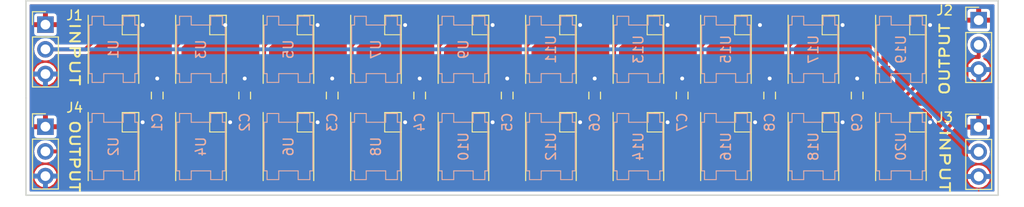
<source format=kicad_pcb>
(kicad_pcb (version 20171130) (host pcbnew "(5.0.0)")
  (layers (0 F.Cu signal) (31 B.Cu signal) (34 B.Paste user) (35 F.Paste user) (36 B.SilkS user) (37 F.SilkS user) (38 B.Mask user) (39 F.Mask user) (44 Edge.Cuts user))
  (net 0 "")
  (net 1 VCC)
  (net 2 GND)
  (net 3 SIG_IN)
  (net 4 SIG_OUT)
  (net 5 "Net-(U1-Pad2)")
  (net 6 "Net-(U2-Pad2)")
  (net 7 "Net-(U3-Pad2)")
  (net 8 "Net-(U4-Pad2)")
  (net 9 "Net-(U5-Pad2)")
  (net 10 "Net-(U6-Pad2)")
  (net 11 "Net-(U7-Pad2)")
  (net 12 "Net-(U10-Pad4)")
  (net 13 "Net-(U8-Pad2)")
  (net 14 "Net-(U10-Pad2)")
  (net 15 "Net-(U11-Pad2)")
  (net 16 "Net-(U12-Pad2)")
  (net 17 "Net-(U13-Pad2)")
  (net 18 "Net-(U14-Pad2)")
  (net 19 "Net-(U15-Pad2)")
  (net 20 "Net-(U16-Pad2)")
  (net 21 "Net-(U17-Pad2)")
  (net 22 "Net-(U18-Pad2)")
  (net 23 "Net-(U19-Pad2)")
  (module TEST:WS2812B_Ver2 (layer F.Cu) (at 121 65 90)
    (fp_text reference U8 (at 0 0 90) (layer B.SilkS) (effects (justify mirror)))
    (fp_text value WS2812B)
    (pad 3 smd rect (at 2.5 1.6 90) (size 1.6 1) (layers F.Cu F.Paste F.Mask) (net 2 GND))
    (pad 4 smd rect (at 2.5 -1.6 90) (size 1.6 1) (layers F.Cu F.Paste F.Mask) (net 11 "Net-(U7-Pad2)"))
    (pad 2 smd rect (at -2.5 1.6 90) (size 1.6 1) (layers F.Cu F.Paste F.Mask) (net 13 "Net-(U8-Pad2)"))
    (pad 1 smd rect (at -2.5 -1.6 90) (size 1.6 1) (layers F.Cu F.Paste F.Mask) (net 1 VCC))
  )
  (module TEST:WS2812B_Ver2 (layer F.Cu) (at 157 65 90)
    (fp_text reference U16 (at 0 0 90) (layer B.SilkS) (effects (justify mirror)))
    (fp_text value WS2812B)
    (pad 3 smd rect (at 2.5 1.6 90) (size 1.6 1) (layers F.Cu F.Paste F.Mask) (net 2 GND))
    (pad 4 smd rect (at 2.5 -1.6 90) (size 1.6 1) (layers F.Cu F.Paste F.Mask) (net 19 "Net-(U15-Pad2)"))
    (pad 2 smd rect (at -2.5 1.6 90) (size 1.6 1) (layers F.Cu F.Paste F.Mask) (net 20 "Net-(U16-Pad2)"))
    (pad 1 smd rect (at -2.5 -1.6 90) (size 1.6 1) (layers F.Cu F.Paste F.Mask) (net 1 VCC))
  )
  (module TEST:WS2812B_Ver2 (layer F.Cu) (at 175 65 90)
    (fp_text reference U20 (at 0 0 90) (layer B.SilkS) (effects (justify mirror)))
    (fp_text value WS2812B)
    (pad 1 smd rect (at -2.5 -1.6 90) (size 1.6 1) (layers F.Cu F.Paste F.Mask) (net 1 VCC))
    (pad 2 smd rect (at -2.5 1.6 90) (size 1.6 1) (layers F.Cu F.Paste F.Mask) (net 4 SIG_OUT))
    (pad 4 smd rect (at 2.5 -1.6 90) (size 1.6 1) (layers F.Cu F.Paste F.Mask) (net 23 "Net-(U19-Pad2)"))
    (pad 3 smd rect (at 2.5 1.6 90) (size 1.6 1) (layers F.Cu F.Paste F.Mask) (net 2 GND))
  )
  (module TEST:WS2812B_Ver2 (layer F.Cu) (at 166 65 90)
    (fp_text reference U18 (at 0 0 90) (layer B.SilkS) (effects (justify mirror)))
    (fp_text value WS2812B)
    (pad 3 smd rect (at 2.5 1.6 90) (size 1.6 1) (layers F.Cu F.Paste F.Mask) (net 2 GND))
    (pad 4 smd rect (at 2.5 -1.6 90) (size 1.6 1) (layers F.Cu F.Paste F.Mask) (net 21 "Net-(U17-Pad2)"))
    (pad 2 smd rect (at -2.5 1.6 90) (size 1.6 1) (layers F.Cu F.Paste F.Mask) (net 22 "Net-(U18-Pad2)"))
    (pad 1 smd rect (at -2.5 -1.6 90) (size 1.6 1) (layers F.Cu F.Paste F.Mask) (net 1 VCC))
  )
  (module TEST:WS2812B_Ver2 (layer F.Cu) (at 130 65 90)
    (fp_text reference U10 (at 0 0 90) (layer B.SilkS) (effects (justify mirror)))
    (fp_text value WS2812B)
    (pad 3 smd rect (at 2.5 1.6 90) (size 1.6 1) (layers F.Cu F.Paste F.Mask) (net 2 GND))
    (pad 4 smd rect (at 2.5 -1.6 90) (size 1.6 1) (layers F.Cu F.Paste F.Mask) (net 12 "Net-(U10-Pad4)"))
    (pad 2 smd rect (at -2.5 1.6 90) (size 1.6 1) (layers F.Cu F.Paste F.Mask) (net 14 "Net-(U10-Pad2)"))
    (pad 1 smd rect (at -2.5 -1.6 90) (size 1.6 1) (layers F.Cu F.Paste F.Mask) (net 1 VCC))
  )
  (module TEST:WS2812B_Ver2 (layer F.Cu) (at 103 65 90)
    (fp_text reference U4 (at 0 0 90) (layer B.SilkS) (effects (justify mirror)))
    (fp_text value WS2812B)
    (pad 1 smd rect (at -2.5 -1.6 90) (size 1.6 1) (layers F.Cu F.Paste F.Mask) (net 1 VCC))
    (pad 2 smd rect (at -2.5 1.6 90) (size 1.6 1) (layers F.Cu F.Paste F.Mask) (net 8 "Net-(U4-Pad2)"))
    (pad 4 smd rect (at 2.5 -1.6 90) (size 1.6 1) (layers F.Cu F.Paste F.Mask) (net 7 "Net-(U3-Pad2)"))
    (pad 3 smd rect (at 2.5 1.6 90) (size 1.6 1) (layers F.Cu F.Paste F.Mask) (net 2 GND))
  )
  (module TEST:WS2812B_Ver2 (layer F.Cu) (at 94 65 90)
    (fp_text reference U2 (at 0 0 90) (layer B.SilkS) (effects (justify mirror)))
    (fp_text value WS2812B)
    (pad 3 smd rect (at 2.5 1.6 90) (size 1.6 1) (layers F.Cu F.Paste F.Mask) (net 2 GND))
    (pad 4 smd rect (at 2.5 -1.6 90) (size 1.6 1) (layers F.Cu F.Paste F.Mask) (net 5 "Net-(U1-Pad2)"))
    (pad 2 smd rect (at -2.5 1.6 90) (size 1.6 1) (layers F.Cu F.Paste F.Mask) (net 6 "Net-(U2-Pad2)"))
    (pad 1 smd rect (at -2.5 -1.6 90) (size 1.6 1) (layers F.Cu F.Paste F.Mask) (net 1 VCC))
  )
  (module TEST:WS2812B_Ver2 (layer F.Cu) (at 112 65 90)
    (fp_text reference U6 (at 0 0 90) (layer B.SilkS) (effects (justify mirror)))
    (fp_text value WS2812B)
    (pad 1 smd rect (at -2.5 -1.6 90) (size 1.6 1) (layers F.Cu F.Paste F.Mask) (net 1 VCC))
    (pad 2 smd rect (at -2.5 1.6 90) (size 1.6 1) (layers F.Cu F.Paste F.Mask) (net 10 "Net-(U6-Pad2)"))
    (pad 4 smd rect (at 2.5 -1.6 90) (size 1.6 1) (layers F.Cu F.Paste F.Mask) (net 9 "Net-(U5-Pad2)"))
    (pad 3 smd rect (at 2.5 1.6 90) (size 1.6 1) (layers F.Cu F.Paste F.Mask) (net 2 GND))
  )
  (module TEST:WS2812B_Ver2 (layer F.Cu) (at 148 65 90)
    (fp_text reference U14 (at 0 0 90) (layer B.SilkS) (effects (justify mirror)))
    (fp_text value WS2812B)
    (pad 1 smd rect (at -2.5 -1.6 90) (size 1.6 1) (layers F.Cu F.Paste F.Mask) (net 1 VCC))
    (pad 2 smd rect (at -2.5 1.6 90) (size 1.6 1) (layers F.Cu F.Paste F.Mask) (net 18 "Net-(U14-Pad2)"))
    (pad 4 smd rect (at 2.5 -1.6 90) (size 1.6 1) (layers F.Cu F.Paste F.Mask) (net 17 "Net-(U13-Pad2)"))
    (pad 3 smd rect (at 2.5 1.6 90) (size 1.6 1) (layers F.Cu F.Paste F.Mask) (net 2 GND))
  )
  (module TEST:WS2812B_Ver2 (layer F.Cu) (at 139 65 90)
    (fp_text reference U12 (at 0 0 90) (layer B.SilkS) (effects (justify mirror)))
    (fp_text value WS2812B)
    (pad 1 smd rect (at -2.5 -1.6 90) (size 1.6 1) (layers F.Cu F.Paste F.Mask) (net 1 VCC))
    (pad 2 smd rect (at -2.5 1.6 90) (size 1.6 1) (layers F.Cu F.Paste F.Mask) (net 16 "Net-(U12-Pad2)"))
    (pad 4 smd rect (at 2.5 -1.6 90) (size 1.6 1) (layers F.Cu F.Paste F.Mask) (net 15 "Net-(U11-Pad2)"))
    (pad 3 smd rect (at 2.5 1.6 90) (size 1.6 1) (layers F.Cu F.Paste F.Mask) (net 2 GND))
  )
  (module Capacitors_SMD:C_0603 (layer F.Cu) (at 98.5 59.75 90)
    (fp_text reference C1 (at -2.75 0 90) (layer B.SilkS) (effects (justify mirror)))
    (fp_text value 100nF)
    (pad 1 smd rect (at -0.75 0 90) (size 0.8 0.75) (layers F.Cu F.Paste F.Mask) (net 1 VCC))
    (pad 2 smd rect (at 0.75 0 90) (size 0.8 0.75) (layers F.Cu F.Paste F.Mask) (net 2 GND))
  )
  (module Capacitors_SMD:C_0603 (layer F.Cu) (at 107.5 59.75 90)
    (fp_text reference C2 (at -2.75 0 90) (layer B.SilkS) (effects (justify mirror)))
    (fp_text value 100nF)
    (pad 1 smd rect (at -0.75 0 90) (size 0.8 0.75) (layers F.Cu F.Paste F.Mask) (net 1 VCC))
    (pad 2 smd rect (at 0.75 0 90) (size 0.8 0.75) (layers F.Cu F.Paste F.Mask) (net 2 GND))
  )
  (module Capacitors_SMD:C_0603 (layer F.Cu) (at 116.5 59.75 90)
    (fp_text reference C3 (at -2.75 0 90) (layer B.SilkS) (effects (justify mirror)))
    (fp_text value 100nF)
    (pad 2 smd rect (at 0.75 0 90) (size 0.8 0.75) (layers F.Cu F.Paste F.Mask) (net 2 GND))
    (pad 1 smd rect (at -0.75 0 90) (size 0.8 0.75) (layers F.Cu F.Paste F.Mask) (net 1 VCC))
  )
  (module Capacitors_SMD:C_0603 (layer F.Cu) (at 125.5 59.75 90)
    (fp_text reference C4 (at -2.75 0 90) (layer B.SilkS) (effects (justify mirror)))
    (fp_text value 100nF)
    (pad 2 smd rect (at 0.75 0 90) (size 0.8 0.75) (layers F.Cu F.Paste F.Mask) (net 2 GND))
    (pad 1 smd rect (at -0.75 0 90) (size 0.8 0.75) (layers F.Cu F.Paste F.Mask) (net 1 VCC))
  )
  (module Capacitors_SMD:C_0603 (layer F.Cu) (at 134.5 59.75 90)
    (fp_text reference C5 (at -2.75 0 90) (layer B.SilkS) (effects (justify mirror)))
    (fp_text value 100nF)
    (pad 1 smd rect (at -0.75 0 90) (size 0.8 0.75) (layers F.Cu F.Paste F.Mask) (net 1 VCC))
    (pad 2 smd rect (at 0.75 0 90) (size 0.8 0.75) (layers F.Cu F.Paste F.Mask) (net 2 GND))
  )
  (module Capacitors_SMD:C_0603 (layer F.Cu) (at 143.5 59.75 90)
    (fp_text reference C6 (at -2.75 0 90) (layer B.SilkS) (effects (justify mirror)))
    (fp_text value 100nF)
    (pad 1 smd rect (at -0.75 0 90) (size 0.8 0.75) (layers F.Cu F.Paste F.Mask) (net 1 VCC))
    (pad 2 smd rect (at 0.75 0 90) (size 0.8 0.75) (layers F.Cu F.Paste F.Mask) (net 2 GND))
  )
  (module Capacitors_SMD:C_0603 (layer F.Cu) (at 152.5 59.75 90)
    (fp_text reference C7 (at -2.75 0 90) (layer B.SilkS) (effects (justify mirror)))
    (fp_text value 100nF)
    (pad 2 smd rect (at 0.75 0 90) (size 0.8 0.75) (layers F.Cu F.Paste F.Mask) (net 2 GND))
    (pad 1 smd rect (at -0.75 0 90) (size 0.8 0.75) (layers F.Cu F.Paste F.Mask) (net 1 VCC))
  )
  (module Capacitors_SMD:C_0603 (layer F.Cu) (at 161.5 59.75 90)
    (fp_text reference C8 (at -2.75 0 90) (layer B.SilkS) (effects (justify mirror)))
    (fp_text value 100nF)
    (pad 2 smd rect (at 0.75 0 90) (size 0.8 0.75) (layers F.Cu F.Paste F.Mask) (net 2 GND))
    (pad 1 smd rect (at -0.75 0 90) (size 0.8 0.75) (layers F.Cu F.Paste F.Mask) (net 1 VCC))
  )
  (module Pin_Headers:Pin_Header_Straight_1x03_Pitch2.54mm (layer F.Cu) (at 87 52.46)
    (fp_text reference J1 (at 3 -0.96 180) (layer F.SilkS))
    (fp_text value Conn_01x03)
    (pad 1 thru_hole rect (at 0 0) (size 1.7 1.7) (drill 1) (layers *.Cu *.Mask) (net 1 VCC))
    (pad 2 thru_hole oval (at 0 2.54) (size 1.7 1.7) (drill 1) (layers *.Cu *.Mask) (net 3 SIG_IN))
    (pad 3 thru_hole oval (at 0 5.08) (size 1.7 1.7) (drill 1) (layers *.Cu *.Mask) (net 2 GND))
  )
  (module Pin_Headers:Pin_Header_Straight_1x03_Pitch2.54mm (layer F.Cu) (at 183 52)
    (fp_text reference J2 (at -3.5 -1) (layer F.SilkS))
    (fp_text value Conn_01x03)
    (pad 3 thru_hole oval (at 0 5.08) (size 1.7 1.7) (drill 1) (layers *.Cu *.Mask) (net 2 GND))
    (pad 2 thru_hole oval (at 0 2.54) (size 1.7 1.7) (drill 1) (layers *.Cu *.Mask) (net 4 SIG_OUT))
    (pad 1 thru_hole rect (at 0 0) (size 1.7 1.7) (drill 1) (layers *.Cu *.Mask) (net 1 VCC))
  )
  (module TEST:WS2812B_Ver2 (layer F.Cu) (at 94 55 90)
    (fp_text reference U1 (at 0 0 90) (layer B.SilkS) (effects (justify mirror)))
    (fp_text value WS2812B)
    (pad 1 smd rect (at -2.5 -1.6 90) (size 1.6 1) (layers F.Cu F.Paste F.Mask) (net 1 VCC))
    (pad 2 smd rect (at -2.5 1.6 90) (size 1.6 1) (layers F.Cu F.Paste F.Mask) (net 5 "Net-(U1-Pad2)"))
    (pad 4 smd rect (at 2.5 -1.6 90) (size 1.6 1) (layers F.Cu F.Paste F.Mask) (net 3 SIG_IN))
    (pad 3 smd rect (at 2.5 1.6 90) (size 1.6 1) (layers F.Cu F.Paste F.Mask) (net 2 GND))
  )
  (module TEST:WS2812B_Ver2 (layer F.Cu) (at 103 55 90)
    (fp_text reference U3 (at 0 0 90) (layer B.SilkS) (effects (justify mirror)))
    (fp_text value WS2812B)
    (pad 3 smd rect (at 2.5 1.6 90) (size 1.6 1) (layers F.Cu F.Paste F.Mask) (net 2 GND))
    (pad 4 smd rect (at 2.5 -1.6 90) (size 1.6 1) (layers F.Cu F.Paste F.Mask) (net 6 "Net-(U2-Pad2)"))
    (pad 2 smd rect (at -2.5 1.6 90) (size 1.6 1) (layers F.Cu F.Paste F.Mask) (net 7 "Net-(U3-Pad2)"))
    (pad 1 smd rect (at -2.5 -1.6 90) (size 1.6 1) (layers F.Cu F.Paste F.Mask) (net 1 VCC))
  )
  (module TEST:WS2812B_Ver2 (layer F.Cu) (at 112 55 90)
    (fp_text reference U5 (at 0 0 90) (layer B.SilkS) (effects (justify mirror)))
    (fp_text value WS2812B)
    (pad 3 smd rect (at 2.5 1.6 90) (size 1.6 1) (layers F.Cu F.Paste F.Mask) (net 2 GND))
    (pad 4 smd rect (at 2.5 -1.6 90) (size 1.6 1) (layers F.Cu F.Paste F.Mask) (net 8 "Net-(U4-Pad2)"))
    (pad 2 smd rect (at -2.5 1.6 90) (size 1.6 1) (layers F.Cu F.Paste F.Mask) (net 9 "Net-(U5-Pad2)"))
    (pad 1 smd rect (at -2.5 -1.6 90) (size 1.6 1) (layers F.Cu F.Paste F.Mask) (net 1 VCC))
  )
  (module TEST:WS2812B_Ver2 (layer F.Cu) (at 121 55 90)
    (fp_text reference U7 (at 0 0 90) (layer B.SilkS) (effects (justify mirror)))
    (fp_text value WS2812B)
    (pad 1 smd rect (at -2.5 -1.6 90) (size 1.6 1) (layers F.Cu F.Paste F.Mask) (net 1 VCC))
    (pad 2 smd rect (at -2.5 1.6 90) (size 1.6 1) (layers F.Cu F.Paste F.Mask) (net 11 "Net-(U7-Pad2)"))
    (pad 4 smd rect (at 2.5 -1.6 90) (size 1.6 1) (layers F.Cu F.Paste F.Mask) (net 10 "Net-(U6-Pad2)"))
    (pad 3 smd rect (at 2.5 1.6 90) (size 1.6 1) (layers F.Cu F.Paste F.Mask) (net 2 GND))
  )
  (module TEST:WS2812B_Ver2 (layer F.Cu) (at 130 55 90)
    (fp_text reference U9 (at 0 0 90) (layer B.SilkS) (effects (justify mirror)))
    (fp_text value WS2812B)
    (pad 1 smd rect (at -2.5 -1.6 90) (size 1.6 1) (layers F.Cu F.Paste F.Mask) (net 1 VCC))
    (pad 2 smd rect (at -2.5 1.6 90) (size 1.6 1) (layers F.Cu F.Paste F.Mask) (net 12 "Net-(U10-Pad4)"))
    (pad 4 smd rect (at 2.5 -1.6 90) (size 1.6 1) (layers F.Cu F.Paste F.Mask) (net 13 "Net-(U8-Pad2)"))
    (pad 3 smd rect (at 2.5 1.6 90) (size 1.6 1) (layers F.Cu F.Paste F.Mask) (net 2 GND))
  )
  (module TEST:WS2812B_Ver2 (layer F.Cu) (at 139 55 90)
    (fp_text reference U11 (at 0 0 90) (layer B.SilkS) (effects (justify mirror)))
    (fp_text value WS2812B)
    (pad 3 smd rect (at 2.5 1.6 90) (size 1.6 1) (layers F.Cu F.Paste F.Mask) (net 2 GND))
    (pad 4 smd rect (at 2.5 -1.6 90) (size 1.6 1) (layers F.Cu F.Paste F.Mask) (net 14 "Net-(U10-Pad2)"))
    (pad 2 smd rect (at -2.5 1.6 90) (size 1.6 1) (layers F.Cu F.Paste F.Mask) (net 15 "Net-(U11-Pad2)"))
    (pad 1 smd rect (at -2.5 -1.6 90) (size 1.6 1) (layers F.Cu F.Paste F.Mask) (net 1 VCC))
  )
  (module TEST:WS2812B_Ver2 (layer F.Cu) (at 148 55 90)
    (fp_text reference U13 (at 0 0 90) (layer B.SilkS) (effects (justify mirror)))
    (fp_text value WS2812B)
    (pad 3 smd rect (at 2.5 1.6 90) (size 1.6 1) (layers F.Cu F.Paste F.Mask) (net 2 GND))
    (pad 4 smd rect (at 2.5 -1.6 90) (size 1.6 1) (layers F.Cu F.Paste F.Mask) (net 16 "Net-(U12-Pad2)"))
    (pad 2 smd rect (at -2.5 1.6 90) (size 1.6 1) (layers F.Cu F.Paste F.Mask) (net 17 "Net-(U13-Pad2)"))
    (pad 1 smd rect (at -2.5 -1.6 90) (size 1.6 1) (layers F.Cu F.Paste F.Mask) (net 1 VCC))
  )
  (module TEST:WS2812B_Ver2 (layer F.Cu) (at 157 55 90)
    (fp_text reference U15 (at 0 0 90) (layer B.SilkS) (effects (justify mirror)))
    (fp_text value WS2812B)
    (pad 1 smd rect (at -2.5 -1.6 90) (size 1.6 1) (layers F.Cu F.Paste F.Mask) (net 1 VCC))
    (pad 2 smd rect (at -2.5 1.6 90) (size 1.6 1) (layers F.Cu F.Paste F.Mask) (net 19 "Net-(U15-Pad2)"))
    (pad 4 smd rect (at 2.5 -1.6 90) (size 1.6 1) (layers F.Cu F.Paste F.Mask) (net 18 "Net-(U14-Pad2)"))
    (pad 3 smd rect (at 2.5 1.6 90) (size 1.6 1) (layers F.Cu F.Paste F.Mask) (net 2 GND))
  )
  (module TEST:WS2812B_Ver2 (layer F.Cu) (at 166 55 90)
    (fp_text reference U17 (at 0 0 90) (layer B.SilkS) (effects (justify mirror)))
    (fp_text value WS2812B)
    (pad 1 smd rect (at -2.5 -1.6 90) (size 1.6 1) (layers F.Cu F.Paste F.Mask) (net 1 VCC))
    (pad 2 smd rect (at -2.5 1.6 90) (size 1.6 1) (layers F.Cu F.Paste F.Mask) (net 21 "Net-(U17-Pad2)"))
    (pad 4 smd rect (at 2.5 -1.6 90) (size 1.6 1) (layers F.Cu F.Paste F.Mask) (net 20 "Net-(U16-Pad2)"))
    (pad 3 smd rect (at 2.5 1.6 90) (size 1.6 1) (layers F.Cu F.Paste F.Mask) (net 2 GND))
  )
  (module TEST:WS2812B_Ver2 (layer F.Cu) (at 175 55 90)
    (fp_text reference U19 (at 0 0 90) (layer B.SilkS) (effects (justify mirror)))
    (fp_text value WS2812B)
    (pad 3 smd rect (at 2.5 1.6 90) (size 1.6 1) (layers F.Cu F.Paste F.Mask) (net 2 GND))
    (pad 4 smd rect (at 2.5 -1.6 90) (size 1.6 1) (layers F.Cu F.Paste F.Mask) (net 22 "Net-(U18-Pad2)"))
    (pad 2 smd rect (at -2.5 1.6 90) (size 1.6 1) (layers F.Cu F.Paste F.Mask) (net 23 "Net-(U19-Pad2)"))
    (pad 1 smd rect (at -2.5 -1.6 90) (size 1.6 1) (layers F.Cu F.Paste F.Mask) (net 1 VCC))
  )
  (module Capacitors_SMD:C_0603 (layer F.Cu) (at 170.5 59.75 90)
    (fp_text reference C9 (at -2.75 0 90) (layer B.SilkS) (effects (justify mirror)))
    (fp_text value 100nF)
    (pad 1 smd rect (at -0.75 0 90) (size 0.8 0.75) (layers F.Cu F.Paste F.Mask) (net 1 VCC))
    (pad 2 smd rect (at 0.75 0 90) (size 0.8 0.75) (layers F.Cu F.Paste F.Mask) (net 2 GND))
  )
  (module Pin_Headers:Pin_Header_Straight_1x03_Pitch2.54mm (layer F.Cu) (at 183 63)
    (fp_text reference J3 (at -3.5 -1) (layer F.SilkS))
    (fp_text value Conn_01x03)
    (pad 3 thru_hole oval (at 0 5.08) (size 1.7 1.7) (drill 1) (layers *.Cu *.Mask) (net 2 GND))
    (pad 2 thru_hole oval (at 0 2.54) (size 1.7 1.7) (drill 1) (layers *.Cu *.Mask) (net 3 SIG_IN))
    (pad 1 thru_hole rect (at 0 0) (size 1.7 1.7) (drill 1) (layers *.Cu *.Mask) (net 1 VCC))
  )
  (module Pin_Headers:Pin_Header_Straight_1x03_Pitch2.54mm (layer F.Cu) (at 87 62.96)
    (fp_text reference J4 (at 3 -1.96) (layer F.SilkS))
    (fp_text value Conn_01x03)
    (pad 1 thru_hole rect (at 0 0) (size 1.7 1.7) (drill 1) (layers *.Cu *.Mask) (net 1 VCC))
    (pad 2 thru_hole oval (at 0 2.54) (size 1.7 1.7) (drill 1) (layers *.Cu *.Mask) (net 4 SIG_OUT))
    (pad 3 thru_hole oval (at 0 5.08) (size 1.7 1.7) (drill 1) (layers *.Cu *.Mask) (net 2 GND))
  )
  (gr_text INPUT (at 179.5 66.5 270) (layer F.SilkS) (effects (font (size 1 1.5) (thickness 0.2))))
  (gr_text OUTPUT (at 90 66 270) (layer F.SilkS) (effects (font (size 1 1.3) (thickness 0.2))))
  (gr_line (start 85 70) (end 85 60) (layer Edge.Cuts) (width 0.15))
  (gr_line (start 185 70) (end 85 70) (layer Edge.Cuts) (width 0.15))
  (gr_line (start 185 60) (end 185 70) (layer Edge.Cuts) (width 0.15))
  (gr_text OUTPUT (at 179.5 56 90) (layer F.SilkS) (effects (font (size 1 1.3) (thickness 0.2))))
  (gr_text INPUT (at 90 55.5 270) (layer F.SilkS) (effects (font (size 1 1.5) (thickness 0.2))))
  (gr_line (start 85 60) (end 85 50) (layer Edge.Cuts) (width 0.15))
  (gr_line (start 185 50) (end 185 60) (layer Edge.Cuts) (width 0.15))
  (gr_line (start 85 50) (end 185 50) (layer Edge.Cuts) (width 0.15))
  (segment (start 140.6 62.5) (end 140.6 61.2997) (width 0.4) (layer F.Cu) (net 2))
  (segment (start 131.6 62.5) (end 131.6 61.2997) (width 0.4) (layer F.Cu) (net 2))
  (segment (start 133 62.5) (end 133 61.9748) (width 0.4) (layer F.Cu) (net 2))
  (segment (start 133 61.9748) (end 132.3249 61.2997) (width 0.4) (layer F.Cu) (net 2))
  (segment (start 132.3249 61.2997) (end 131.6 61.2997) (width 0.4) (layer F.Cu) (net 2))
  (segment (start 167.6 52.5) (end 167.6 51.2997) (width 0.4) (layer F.Cu) (net 2))
  (segment (start 169 52.5) (end 169 51.9748) (width 0.4) (layer F.Cu) (net 2))
  (segment (start 169 51.9748) (end 168.3249 51.2997) (width 0.4) (layer F.Cu) (net 2))
  (segment (start 168.3249 51.2997) (end 167.6 51.2997) (width 0.4) (layer F.Cu) (net 2))
  (segment (start 170.5 58) (end 170.5 59) (width 0.4) (layer F.Cu) (net 2))
  (segment (start 161.5 58) (end 161.5 59) (width 0.4) (layer F.Cu) (net 2))
  (segment (start 152.5 58) (end 152.5 59) (width 0.4) (layer F.Cu) (net 2))
  (segment (start 143.5 58) (end 143.5 59) (width 0.4) (layer F.Cu) (net 2))
  (segment (start 142 62.5) (end 142 61.9748) (width 0.4) (layer F.Cu) (net 2))
  (segment (start 142 61.9748) (end 141.3249 61.2997) (width 0.4) (layer F.Cu) (net 2))
  (segment (start 141.3249 61.2997) (end 140.6 61.2997) (width 0.4) (layer F.Cu) (net 2))
  (segment (start 134.5 58) (end 134.5 59) (width 0.4) (layer F.Cu) (net 2))
  (segment (start 125.5 58) (end 125.5 59) (width 0.4) (layer F.Cu) (net 2))
  (segment (start 116.5 58) (end 116.5 59) (width 0.4) (layer F.Cu) (net 2))
  (segment (start 107.5 58) (end 107.5 59) (width 0.4) (layer F.Cu) (net 2))
  (segment (start 98.5 58) (end 98.5 59) (width 0.4) (layer F.Cu) (net 2))
  (segment (start 149.6 52.5) (end 149.6 51.2997) (width 0.4) (layer F.Cu) (net 2))
  (segment (start 151 52.5) (end 151 51.9748) (width 0.4) (layer F.Cu) (net 2))
  (segment (start 151 51.9748) (end 150.3249 51.2997) (width 0.4) (layer F.Cu) (net 2))
  (segment (start 150.3249 51.2997) (end 149.6 51.2997) (width 0.4) (layer F.Cu) (net 2))
  (segment (start 122.6 62.5) (end 122.6 61.2997) (width 0.4) (layer F.Cu) (net 2))
  (segment (start 124 62.5) (end 124 61.9748) (width 0.4) (layer F.Cu) (net 2))
  (segment (start 124 61.9748) (end 123.3249 61.2997) (width 0.4) (layer F.Cu) (net 2))
  (segment (start 123.3249 61.2997) (end 122.6 61.2997) (width 0.4) (layer F.Cu) (net 2))
  (segment (start 158.6 62.5) (end 158.6 61.2997) (width 0.4) (layer F.Cu) (net 2))
  (segment (start 160 62.5) (end 160 61.9748) (width 0.4) (layer F.Cu) (net 2))
  (segment (start 160 61.9748) (end 159.3249 61.2997) (width 0.4) (layer F.Cu) (net 2))
  (segment (start 159.3249 61.2997) (end 158.6 61.2997) (width 0.4) (layer F.Cu) (net 2))
  (segment (start 167.6 62.5) (end 167.6 61.2997) (width 0.4) (layer F.Cu) (net 2))
  (segment (start 169 62.5) (end 169 61.9748) (width 0.4) (layer F.Cu) (net 2))
  (segment (start 169 61.9748) (end 168.3249 61.2997) (width 0.4) (layer F.Cu) (net 2))
  (segment (start 168.3249 61.2997) (end 167.6 61.2997) (width 0.4) (layer F.Cu) (net 2))
  (segment (start 95.6 62.5) (end 95.6 61.2997) (width 0.4) (layer F.Cu) (net 2))
  (segment (start 97 62.5) (end 97 61.9748) (width 0.4) (layer F.Cu) (net 2))
  (segment (start 97 61.9748) (end 96.3249 61.2997) (width 0.4) (layer F.Cu) (net 2))
  (segment (start 96.3249 61.2997) (end 95.6 61.2997) (width 0.4) (layer F.Cu) (net 2))
  (segment (start 105.5 52.5) (end 104.6 52.5) (width 0.4) (layer F.Cu) (net 2))
  (segment (start 113.6 52.5) (end 113.6 51.2997) (width 0.4) (layer F.Cu) (net 2))
  (segment (start 115 52.5) (end 115 51.9748) (width 0.4) (layer F.Cu) (net 2))
  (segment (start 115 51.9748) (end 114.3249 51.2997) (width 0.4) (layer F.Cu) (net 2))
  (segment (start 114.3249 51.2997) (end 113.6 51.2997) (width 0.4) (layer F.Cu) (net 2))
  (segment (start 140.6 52.5) (end 140.6 51.2997) (width 0.4) (layer F.Cu) (net 2))
  (segment (start 142 52.5) (end 142 51.9748) (width 0.4) (layer F.Cu) (net 2))
  (segment (start 142 51.9748) (end 141.3249 51.2997) (width 0.4) (layer F.Cu) (net 2))
  (segment (start 141.3249 51.2997) (end 140.6 51.2997) (width 0.4) (layer F.Cu) (net 2))
  (segment (start 176.6 52.5) (end 176.6 51.2997) (width 0.4) (layer F.Cu) (net 2))
  (segment (start 178 52.5) (end 178 51.9748) (width 0.4) (layer F.Cu) (net 2))
  (segment (start 178 51.9748) (end 177.3249 51.2997) (width 0.4) (layer F.Cu) (net 2))
  (segment (start 177.3249 51.2997) (end 176.6 51.2997) (width 0.4) (layer F.Cu) (net 2))
  (segment (start 176.6 62.5) (end 176.6 61.2997) (width 0.4) (layer F.Cu) (net 2))
  (segment (start 178 62.5) (end 178 61.9748) (width 0.4) (layer F.Cu) (net 2))
  (segment (start 178 61.9748) (end 177.3249 61.2997) (width 0.4) (layer F.Cu) (net 2))
  (segment (start 177.3249 61.2997) (end 176.6 61.2997) (width 0.4) (layer F.Cu) (net 2))
  (segment (start 104.6 62.5) (end 104.6 61.2997) (width 0.4) (layer F.Cu) (net 2))
  (segment (start 106 62.5) (end 106 61.9748) (width 0.4) (layer F.Cu) (net 2))
  (segment (start 106 61.9748) (end 105.3249 61.2997) (width 0.4) (layer F.Cu) (net 2))
  (segment (start 105.3249 61.2997) (end 104.6 61.2997) (width 0.4) (layer F.Cu) (net 2))
  (segment (start 113.6 62.5) (end 113.6 61.2997) (width 0.4) (layer F.Cu) (net 2))
  (segment (start 115 62.5) (end 115 61.9748) (width 0.4) (layer F.Cu) (net 2))
  (segment (start 115 61.9748) (end 114.3249 61.2997) (width 0.4) (layer F.Cu) (net 2))
  (segment (start 114.3249 61.2997) (end 113.6 61.2997) (width 0.4) (layer F.Cu) (net 2))
  (segment (start 149.6 62.5) (end 149.6 61.2997) (width 0.4) (layer F.Cu) (net 2))
  (segment (start 151 62.5) (end 151 61.9748) (width 0.4) (layer F.Cu) (net 2))
  (segment (start 151 61.9748) (end 150.3249 61.2997) (width 0.4) (layer F.Cu) (net 2))
  (segment (start 150.3249 61.2997) (end 149.6 61.2997) (width 0.4) (layer F.Cu) (net 2))
  (segment (start 95.6 52.5) (end 95.6 51.2997) (width 0.4) (layer F.Cu) (net 2))
  (segment (start 97 52.5) (end 97 51.9748) (width 0.4) (layer F.Cu) (net 2))
  (segment (start 97 51.9748) (end 96.3249 51.2997) (width 0.4) (layer F.Cu) (net 2))
  (segment (start 96.3249 51.2997) (end 95.6 51.2997) (width 0.4) (layer F.Cu) (net 2))
  (segment (start 122.6 52.5) (end 122.6 51.2997) (width 0.4) (layer F.Cu) (net 2))
  (segment (start 124 52.5) (end 124 51.9748) (width 0.4) (layer F.Cu) (net 2))
  (segment (start 124 51.9748) (end 123.3249 51.2997) (width 0.4) (layer F.Cu) (net 2))
  (segment (start 123.3249 51.2997) (end 122.6 51.2997) (width 0.4) (layer F.Cu) (net 2))
  (segment (start 131.6 52.5) (end 131.6 51.2997) (width 0.4) (layer F.Cu) (net 2))
  (segment (start 133 52.5) (end 133 51.9748) (width 0.4) (layer F.Cu) (net 2))
  (segment (start 133 51.9748) (end 132.3249 51.2997) (width 0.4) (layer F.Cu) (net 2))
  (segment (start 132.3249 51.2997) (end 131.6 51.2997) (width 0.4) (layer F.Cu) (net 2))
  (segment (start 158.6 52.5) (end 158.6 51.2997) (width 0.4) (layer F.Cu) (net 2))
  (segment (start 160.5 52.5) (end 159.2997 51.2997) (width 0.4) (layer F.Cu) (net 2))
  (segment (start 159.2997 51.2997) (end 158.6 51.2997) (width 0.4) (layer F.Cu) (net 2))
  (via (at 170.5 58) (size 0.8) (layers F.Cu B.Cu) (net 2))
  (via (at 161.5 58) (size 0.8) (layers F.Cu B.Cu) (net 2))
  (via (at 152.5 58) (size 0.8) (layers F.Cu B.Cu) (net 2))
  (via (at 143.5 58) (size 0.8) (layers F.Cu B.Cu) (net 2))
  (via (at 134.5 58) (size 0.8) (layers F.Cu B.Cu) (net 2))
  (via (at 125.5 58) (size 0.8) (layers F.Cu B.Cu) (net 2))
  (via (at 116.5 58) (size 0.8) (layers F.Cu B.Cu) (net 2))
  (via (at 115 62.5) (size 0.8) (layers F.Cu B.Cu) (net 2))
  (via (at 124 62.5) (size 0.8) (layers F.Cu B.Cu) (net 2))
  (via (at 133 62.5) (size 0.8) (layers F.Cu B.Cu) (net 2))
  (via (at 142 62.5) (size 0.8) (layers F.Cu B.Cu) (net 2))
  (via (at 151 62.5) (size 0.8) (layers F.Cu B.Cu) (net 2))
  (via (at 160 62.5) (size 0.8) (layers F.Cu B.Cu) (net 2))
  (via (at 169 62.5) (size 0.8) (layers F.Cu B.Cu) (net 2))
  (via (at 178 62.5) (size 0.8) (layers F.Cu B.Cu) (net 2))
  (via (at 178 52.5) (size 0.8) (layers F.Cu B.Cu) (net 2))
  (via (at 169 52.5) (size 0.8) (layers F.Cu B.Cu) (net 2))
  (via (at 160.5 52.5) (size 0.8) (layers F.Cu B.Cu) (net 2))
  (via (at 151 52.5) (size 0.8) (layers F.Cu B.Cu) (net 2))
  (via (at 142 52.5) (size 0.8) (layers F.Cu B.Cu) (net 2))
  (via (at 133 52.5) (size 0.8) (layers F.Cu B.Cu) (net 2))
  (via (at 124 52.5) (size 0.8) (layers F.Cu B.Cu) (net 2))
  (via (at 115 52.5) (size 0.8) (layers F.Cu B.Cu) (net 2))
  (via (at 97 52.5) (size 0.8) (layers F.Cu B.Cu) (net 2))
  (via (at 105.5 52.5) (size 0.8) (layers F.Cu B.Cu) (net 2))
  (via (at 107.5 58) (size 0.8) (layers F.Cu B.Cu) (net 2))
  (via (at 98.5 58) (size 0.8) (layers F.Cu B.Cu) (net 2))
  (via (at 97 62.5) (size 0.8) (layers F.Cu B.Cu) (net 2))
  (via (at 106 62.5) (size 0.8) (layers F.Cu B.Cu) (net 2))
  (segment (start 183 65.54) (end 181.7497 65.54) (width 0.4) (layer B.Cu) (net 3))
  (segment (start 181.7497 65.54) (end 181.7497 65.0711) (width 0.4) (layer B.Cu) (net 3))
  (segment (start 181.7497 65.0711) (end 171.6786 55) (width 0.4) (layer B.Cu) (net 3))
  (segment (start 171.6786 55) (end 87 55) (width 0.4) (layer B.Cu) (net 3))
  (segment (start 92.4 52.5) (end 92.4 53.7003) (width 0.4) (layer F.Cu) (net 3))
  (segment (start 87 55) (end 91.1003 55) (width 0.4) (layer F.Cu) (net 3))
  (segment (start 91.1003 55) (end 92.4 53.7003) (width 0.4) (layer F.Cu) (net 3))
  (segment (start 176.6 67.5) (end 176.6 66.2997) (width 0.4) (layer F.Cu) (net 4))
  (segment (start 183 54.54) (end 183 55.7903) (width 0.4) (layer F.Cu) (net 4))
  (segment (start 183 55.7903) (end 182.4529 55.7903) (width 0.4) (layer F.Cu) (net 4))
  (segment (start 182.4529 55.7903) (end 181.7497 56.4935) (width 0.4) (layer F.Cu) (net 4))
  (segment (start 181.7497 56.4935) (end 181.7497 61.15) (width 0.4) (layer F.Cu) (net 4))
  (segment (start 181.7497 61.15) (end 176.6 66.2997) (width 0.4) (layer F.Cu) (net 4))
  (segment (start 87 65.5) (end 88.2503 65.5) (width 0.4) (layer F.Cu) (net 4))
  (segment (start 176.6 67.5) (end 176.6 68.7003) (width 0.4) (layer F.Cu) (net 4))
  (segment (start 176.6 68.7003) (end 91.4506 68.7003) (width 0.4) (layer F.Cu) (net 4))
  (segment (start 91.4506 68.7003) (end 88.2503 65.5) (width 0.4) (layer F.Cu) (net 4))
  (segment (start 92.4 62.5) (end 92.4 61.2997) (width 0.4) (layer F.Cu) (net 5))
  (segment (start 95.6 57.5) (end 95.6 58.7003) (width 0.4) (layer F.Cu) (net 5))
  (segment (start 95.6 58.7003) (end 93.0006 61.2997) (width 0.4) (layer F.Cu) (net 5))
  (segment (start 93.0006 61.2997) (end 92.4 61.2997) (width 0.4) (layer F.Cu) (net 5))
  (segment (start 95.6 67.5) (end 95.6 66.2997) (width 0.4) (layer F.Cu) (net 6))
  (segment (start 101.4 52.5) (end 101.4 53.7003) (width 0.4) (layer F.Cu) (net 6))
  (segment (start 101.4 53.7003) (end 100.4997 54.6006) (width 0.4) (layer F.Cu) (net 6))
  (segment (start 100.4997 54.6006) (end 100.4997 61.4) (width 0.4) (layer F.Cu) (net 6))
  (segment (start 100.4997 61.4) (end 95.6 66.2997) (width 0.4) (layer F.Cu) (net 6))
  (segment (start 101.4 62.5) (end 101.4 61.2997) (width 0.4) (layer F.Cu) (net 7))
  (segment (start 104.6 57.5) (end 104.6 58.7003) (width 0.4) (layer F.Cu) (net 7))
  (segment (start 101.4 61.2997) (end 102.0006 61.2997) (width 0.4) (layer F.Cu) (net 7))
  (segment (start 102.0006 61.2997) (end 104.6 58.7003) (width 0.4) (layer F.Cu) (net 7))
  (segment (start 110.4 52.5) (end 110.4 53.7003) (width 0.4) (layer F.Cu) (net 8))
  (segment (start 104.6 67.5) (end 104.6 66.2997) (width 0.4) (layer F.Cu) (net 8))
  (segment (start 104.6 66.2997) (end 109.4997 61.4) (width 0.4) (layer F.Cu) (net 8))
  (segment (start 109.4997 61.4) (end 109.4997 54.6006) (width 0.4) (layer F.Cu) (net 8))
  (segment (start 109.4997 54.6006) (end 110.4 53.7003) (width 0.4) (layer F.Cu) (net 8))
  (segment (start 110.4 62.5) (end 110.4 61.2997) (width 0.4) (layer F.Cu) (net 9))
  (segment (start 113.6 57.5) (end 113.6 58.7003) (width 0.4) (layer F.Cu) (net 9))
  (segment (start 110.4 61.2997) (end 111.0006 61.2997) (width 0.4) (layer F.Cu) (net 9))
  (segment (start 111.0006 61.2997) (end 113.6 58.7003) (width 0.4) (layer F.Cu) (net 9))
  (segment (start 113.6 67.5) (end 113.6 66.2997) (width 0.4) (layer F.Cu) (net 10))
  (segment (start 119.4 52.5) (end 119.4 53.7003) (width 0.4) (layer F.Cu) (net 10))
  (segment (start 119.4 53.7003) (end 118.4997 54.6006) (width 0.4) (layer F.Cu) (net 10))
  (segment (start 118.4997 54.6006) (end 118.4997 61.4) (width 0.4) (layer F.Cu) (net 10))
  (segment (start 118.4997 61.4) (end 113.6 66.2997) (width 0.4) (layer F.Cu) (net 10))
  (segment (start 119.4 62.5) (end 119.4 61.2997) (width 0.4) (layer F.Cu) (net 11))
  (segment (start 122.6 57.5) (end 122.6 58.7003) (width 0.4) (layer F.Cu) (net 11))
  (segment (start 122.6 58.7003) (end 120.0006 61.2997) (width 0.4) (layer F.Cu) (net 11))
  (segment (start 120.0006 61.2997) (end 119.4 61.2997) (width 0.4) (layer F.Cu) (net 11))
  (segment (start 128.4 62.5) (end 128.4 61.2997) (width 0.4) (layer F.Cu) (net 12))
  (segment (start 131.6 57.5) (end 131.6 58.7003) (width 0.4) (layer F.Cu) (net 12))
  (segment (start 131.6 58.7003) (end 129.0006 61.2997) (width 0.4) (layer F.Cu) (net 12))
  (segment (start 129.0006 61.2997) (end 128.4 61.2997) (width 0.4) (layer F.Cu) (net 12))
  (segment (start 122.6 67.5) (end 122.6 66.2997) (width 0.4) (layer F.Cu) (net 13))
  (segment (start 128.4 52.5) (end 128.4 53.7003) (width 0.4) (layer F.Cu) (net 13))
  (segment (start 128.4 53.7003) (end 127.4997 54.6006) (width 0.4) (layer F.Cu) (net 13))
  (segment (start 127.4997 54.6006) (end 127.4997 61.4) (width 0.4) (layer F.Cu) (net 13))
  (segment (start 127.4997 61.4) (end 122.6 66.2997) (width 0.4) (layer F.Cu) (net 13))
  (segment (start 131.6 67.5) (end 131.6 66.2997) (width 0.4) (layer F.Cu) (net 14))
  (segment (start 137.4 52.5) (end 137.4 53.7003) (width 0.4) (layer F.Cu) (net 14))
  (segment (start 137.4 53.7003) (end 136.4997 54.6006) (width 0.4) (layer F.Cu) (net 14))
  (segment (start 136.4997 54.6006) (end 136.4997 61.4) (width 0.4) (layer F.Cu) (net 14))
  (segment (start 136.4997 61.4) (end 131.6 66.2997) (width 0.4) (layer F.Cu) (net 14))
  (segment (start 137.4 62.5) (end 137.4 61.2997) (width 0.4) (layer F.Cu) (net 15))
  (segment (start 140.6 57.5) (end 140.6 58.7003) (width 0.4) (layer F.Cu) (net 15))
  (segment (start 137.4 61.2997) (end 138.0006 61.2997) (width 0.4) (layer F.Cu) (net 15))
  (segment (start 138.0006 61.2997) (end 140.6 58.7003) (width 0.4) (layer F.Cu) (net 15))
  (segment (start 146.4 52.5) (end 146.4 53.7003) (width 0.4) (layer F.Cu) (net 16))
  (segment (start 140.6 67.5) (end 140.6 66.2997) (width 0.4) (layer F.Cu) (net 16))
  (segment (start 140.6 66.2997) (end 145.4997 61.4) (width 0.4) (layer F.Cu) (net 16))
  (segment (start 145.4997 61.4) (end 145.4997 54.6006) (width 0.4) (layer F.Cu) (net 16))
  (segment (start 145.4997 54.6006) (end 146.4 53.7003) (width 0.4) (layer F.Cu) (net 16))
  (segment (start 149.6 57.5) (end 149.6 58.7003) (width 0.4) (layer F.Cu) (net 17))
  (segment (start 146.4 62.5) (end 146.4 61.2997) (width 0.4) (layer F.Cu) (net 17))
  (segment (start 146.4 61.2997) (end 148.9994 58.7003) (width 0.4) (layer F.Cu) (net 17))
  (segment (start 148.9994 58.7003) (end 149.6 58.7003) (width 0.4) (layer F.Cu) (net 17))
  (segment (start 149.6 67.5) (end 149.6 66.2997) (width 0.4) (layer F.Cu) (net 18))
  (segment (start 155.4 52.5) (end 155.4 53.7003) (width 0.4) (layer F.Cu) (net 18))
  (segment (start 155.4 53.7003) (end 154.4997 54.6006) (width 0.4) (layer F.Cu) (net 18))
  (segment (start 154.4997 54.6006) (end 154.4997 61.4) (width 0.4) (layer F.Cu) (net 18))
  (segment (start 154.4997 61.4) (end 149.6 66.2997) (width 0.4) (layer F.Cu) (net 18))
  (segment (start 158.6 57.5) (end 158.6 58.7003) (width 0.4) (layer F.Cu) (net 19))
  (segment (start 155.4 62.5) (end 155.4 61.2997) (width 0.4) (layer F.Cu) (net 19))
  (segment (start 158.6 58.7003) (end 157.9994 58.7003) (width 0.4) (layer F.Cu) (net 19))
  (segment (start 157.9994 58.7003) (end 155.4 61.2997) (width 0.4) (layer F.Cu) (net 19))
  (segment (start 158.6 67.5) (end 158.6 66.2997) (width 0.4) (layer F.Cu) (net 20))
  (segment (start 164.4 52.5) (end 164.4 53.7003) (width 0.4) (layer F.Cu) (net 20))
  (segment (start 164.4 53.7003) (end 163.4997 54.6006) (width 0.4) (layer F.Cu) (net 20))
  (segment (start 163.4997 54.6006) (end 163.4997 61.4) (width 0.4) (layer F.Cu) (net 20))
  (segment (start 163.4997 61.4) (end 158.6 66.2997) (width 0.4) (layer F.Cu) (net 20))
  (segment (start 167.6 57.5) (end 167.6 58.7003) (width 0.4) (layer F.Cu) (net 21))
  (segment (start 164.4 62.5) (end 164.4 61.2997) (width 0.4) (layer F.Cu) (net 21))
  (segment (start 167.6 58.7003) (end 166.9994 58.7003) (width 0.4) (layer F.Cu) (net 21))
  (segment (start 166.9994 58.7003) (end 164.4 61.2997) (width 0.4) (layer F.Cu) (net 21))
  (segment (start 167.6 67.5) (end 167.6 66.2997) (width 0.4) (layer F.Cu) (net 22))
  (segment (start 173.4 52.5) (end 173.4 53.7003) (width 0.4) (layer F.Cu) (net 22))
  (segment (start 173.4 53.7003) (end 172.4997 54.6006) (width 0.4) (layer F.Cu) (net 22))
  (segment (start 172.4997 54.6006) (end 172.4997 61.4) (width 0.4) (layer F.Cu) (net 22))
  (segment (start 172.4997 61.4) (end 167.6 66.2997) (width 0.4) (layer F.Cu) (net 22))
  (segment (start 173.4 62.5) (end 173.4 61.2997) (width 0.4) (layer F.Cu) (net 23))
  (segment (start 176.6 57.5) (end 176.6 58.7003) (width 0.4) (layer F.Cu) (net 23))
  (segment (start 173.4 61.2997) (end 174.0006 61.2997) (width 0.4) (layer F.Cu) (net 23))
  (segment (start 174.0006 61.2997) (end 176.6 58.7003) (width 0.4) (layer F.Cu) (net 23))
  (zone (net 2) (net_name GND) (layer B.Cu) (connect_pads (clearance 0.3)) (min_thickness 0.2) (fill yes (arc_segments 16) (thermal_gap 0.508) (thermal_bridge_width 0.508))
    (polygon (pts (xy 185 50) (xy 185 70) (xy 85 70) (xy 85 50)))
  )
  (zone (net 1) (net_name VCC) (layer F.Cu) (connect_pads (clearance 0.3)) (min_thickness 0.2) (fill yes (arc_segments 16) (thermal_gap 0.508) (thermal_bridge_width 0.508))
    (polygon (pts (xy 185 70) (xy 185 50) (xy 85 50) (xy 85 70) (xy 90 70)))
  )
)
</source>
